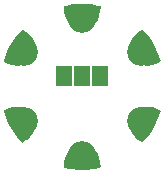
<source format=gbr>
G04 EAGLE Gerber RS-274X export*
G75*
%MOMM*%
%FSLAX34Y34*%
%LPD*%
%INSoldermask Bottom*%
%IPPOS*%
%AMOC8*
5,1,8,0,0,1.08239X$1,22.5*%
G01*
%ADD10C,2.336800*%
%ADD11R,1.320800X1.752600*%

G36*
X3062Y-70944D02*
X3062Y-70944D01*
X3099Y-70946D01*
X9133Y-70312D01*
X9160Y-70304D01*
X9198Y-70302D01*
X15132Y-69040D01*
X15154Y-69031D01*
X15178Y-69029D01*
X15257Y-68989D01*
X15340Y-68956D01*
X15357Y-68940D01*
X15378Y-68929D01*
X15411Y-68895D01*
X15413Y-68893D01*
X15422Y-68883D01*
X15439Y-68864D01*
X15505Y-68804D01*
X15516Y-68783D01*
X15532Y-68765D01*
X15548Y-68727D01*
X15555Y-68719D01*
X15568Y-68681D01*
X15607Y-68604D01*
X15610Y-68581D01*
X15619Y-68559D01*
X15622Y-68521D01*
X15627Y-68506D01*
X15626Y-68467D01*
X15630Y-68411D01*
X15633Y-68381D01*
X15632Y-68377D01*
X15632Y-68372D01*
X15345Y-64613D01*
X15334Y-64573D01*
X15329Y-64515D01*
X14457Y-60848D01*
X14440Y-60810D01*
X14426Y-60753D01*
X12991Y-57268D01*
X12969Y-57233D01*
X12946Y-57179D01*
X10983Y-53961D01*
X10956Y-53930D01*
X10925Y-53880D01*
X8483Y-51009D01*
X8445Y-50978D01*
X8389Y-50919D01*
X6603Y-49533D01*
X6578Y-49520D01*
X6574Y-49515D01*
X6563Y-49510D01*
X6535Y-49487D01*
X4583Y-48346D01*
X4550Y-48334D01*
X4509Y-48309D01*
X2426Y-47432D01*
X2391Y-47425D01*
X2347Y-47405D01*
X168Y-46808D01*
X92Y-46802D01*
X19Y-46786D01*
X-24Y-46791D01*
X-56Y-46788D01*
X-100Y-46800D01*
X-168Y-46808D01*
X-2347Y-47405D01*
X-2379Y-47421D01*
X-2426Y-47432D01*
X-4509Y-48309D01*
X-4539Y-48328D01*
X-4583Y-48346D01*
X-6535Y-49487D01*
X-6561Y-49510D01*
X-6603Y-49533D01*
X-8389Y-50919D01*
X-8422Y-50956D01*
X-8483Y-51009D01*
X-10925Y-53880D01*
X-10946Y-53916D01*
X-10983Y-53961D01*
X-12946Y-57179D01*
X-12961Y-57217D01*
X-12991Y-57268D01*
X-14426Y-60753D01*
X-14435Y-60794D01*
X-14457Y-60848D01*
X-15329Y-64515D01*
X-15331Y-64556D01*
X-15345Y-64613D01*
X-15632Y-68372D01*
X-15630Y-68395D01*
X-15634Y-68419D01*
X-15622Y-68490D01*
X-15620Y-68543D01*
X-15613Y-68560D01*
X-15610Y-68595D01*
X-15599Y-68616D01*
X-15595Y-68640D01*
X-15550Y-68716D01*
X-15550Y-68717D01*
X-15536Y-68751D01*
X-15529Y-68758D01*
X-15511Y-68796D01*
X-15493Y-68813D01*
X-15481Y-68833D01*
X-15413Y-68889D01*
X-15391Y-68910D01*
X-15384Y-68917D01*
X-15382Y-68918D01*
X-15348Y-68950D01*
X-15326Y-68960D01*
X-15307Y-68975D01*
X-15170Y-69026D01*
X-15141Y-69038D01*
X-15137Y-69039D01*
X-15132Y-69040D01*
X-9198Y-70302D01*
X-9169Y-70303D01*
X-9133Y-70312D01*
X-3099Y-70946D01*
X-3071Y-70944D01*
X-3033Y-70950D01*
X3033Y-70950D01*
X3062Y-70944D01*
G37*
G36*
X-51160Y17469D02*
X-51160Y17469D01*
X-51120Y17477D01*
X-51061Y17479D01*
X-47354Y18158D01*
X-47307Y18175D01*
X-47228Y18194D01*
X-45135Y19048D01*
X-45105Y19067D01*
X-45061Y19084D01*
X-43097Y20204D01*
X-43070Y20226D01*
X-43028Y20249D01*
X-41227Y21615D01*
X-41203Y21641D01*
X-41165Y21670D01*
X-39558Y23259D01*
X-39514Y23321D01*
X-39464Y23377D01*
X-39451Y23407D01*
X-39446Y23414D01*
X-39443Y23422D01*
X-39429Y23443D01*
X-39417Y23487D01*
X-39390Y23549D01*
X-38817Y25736D01*
X-38814Y25771D01*
X-38801Y25817D01*
X-38519Y28060D01*
X-38521Y28095D01*
X-38514Y28142D01*
X-38526Y30402D01*
X-38533Y30437D01*
X-38532Y30485D01*
X-38839Y32724D01*
X-38855Y32771D01*
X-38870Y32851D01*
X-40136Y36402D01*
X-40157Y36437D01*
X-40177Y36492D01*
X-41982Y39801D01*
X-42008Y39833D01*
X-42037Y39885D01*
X-44337Y42870D01*
X-44368Y42898D01*
X-44404Y42944D01*
X-47144Y45533D01*
X-47178Y45555D01*
X-47221Y45595D01*
X-50332Y47724D01*
X-50354Y47734D01*
X-50372Y47749D01*
X-50455Y47779D01*
X-50470Y47786D01*
X-50486Y47794D01*
X-50489Y47794D01*
X-50537Y47816D01*
X-50561Y47817D01*
X-50583Y47825D01*
X-50672Y47825D01*
X-50761Y47831D01*
X-50783Y47824D01*
X-50807Y47824D01*
X-50891Y47792D01*
X-50976Y47767D01*
X-50995Y47752D01*
X-51017Y47744D01*
X-51093Y47682D01*
X-51116Y47668D01*
X-51129Y47651D01*
X-51131Y47650D01*
X-51155Y47632D01*
X-51157Y47628D01*
X-51162Y47625D01*
X-55221Y43117D01*
X-55236Y43092D01*
X-55263Y43065D01*
X-58828Y38157D01*
X-58841Y38131D01*
X-58864Y38102D01*
X-61898Y32848D01*
X-61907Y32821D01*
X-61928Y32789D01*
X-64395Y27247D01*
X-64402Y27219D01*
X-64419Y27185D01*
X-66293Y21416D01*
X-66297Y21392D01*
X-66306Y21370D01*
X-66312Y21282D01*
X-66324Y21193D01*
X-66319Y21170D01*
X-66320Y21146D01*
X-66295Y21061D01*
X-66275Y20974D01*
X-66262Y20954D01*
X-66255Y20932D01*
X-66202Y20861D01*
X-66153Y20786D01*
X-66134Y20772D01*
X-66120Y20753D01*
X-65997Y20670D01*
X-65973Y20652D01*
X-65969Y20651D01*
X-65965Y20648D01*
X-62566Y19018D01*
X-62526Y19007D01*
X-62473Y18982D01*
X-58861Y17904D01*
X-58820Y17899D01*
X-58764Y17883D01*
X-55028Y17383D01*
X-54987Y17385D01*
X-54928Y17378D01*
X-51160Y17469D01*
G37*
G36*
X54969Y17384D02*
X54969Y17384D01*
X55028Y17383D01*
X58764Y17883D01*
X58803Y17896D01*
X58861Y17904D01*
X62473Y18982D01*
X62510Y19001D01*
X62566Y19018D01*
X65965Y20648D01*
X65984Y20662D01*
X66006Y20670D01*
X66074Y20727D01*
X66146Y20779D01*
X66160Y20799D01*
X66178Y20814D01*
X66222Y20891D01*
X66271Y20965D01*
X66277Y20989D01*
X66289Y21009D01*
X66303Y21097D01*
X66323Y21184D01*
X66321Y21207D01*
X66324Y21231D01*
X66300Y21377D01*
X66296Y21406D01*
X66294Y21410D01*
X66293Y21416D01*
X64419Y27185D01*
X64405Y27211D01*
X64395Y27247D01*
X61928Y32789D01*
X61911Y32813D01*
X61898Y32848D01*
X58864Y38102D01*
X58846Y38124D01*
X58828Y38157D01*
X55263Y43065D01*
X55242Y43085D01*
X55221Y43117D01*
X51162Y47625D01*
X51143Y47639D01*
X51129Y47659D01*
X51099Y47679D01*
X51087Y47691D01*
X51054Y47709D01*
X50984Y47762D01*
X50962Y47769D01*
X50942Y47783D01*
X50855Y47803D01*
X50770Y47830D01*
X50746Y47828D01*
X50723Y47834D01*
X50635Y47823D01*
X50546Y47818D01*
X50524Y47809D01*
X50501Y47806D01*
X50453Y47782D01*
X50450Y47782D01*
X50444Y47778D01*
X50368Y47741D01*
X50340Y47729D01*
X50337Y47726D01*
X50332Y47724D01*
X47221Y45595D01*
X47192Y45566D01*
X47144Y45533D01*
X44404Y42944D01*
X44380Y42911D01*
X44337Y42870D01*
X42037Y39885D01*
X42018Y39848D01*
X41982Y39801D01*
X40177Y36492D01*
X40164Y36453D01*
X40136Y36402D01*
X38870Y32851D01*
X38862Y32802D01*
X38839Y32724D01*
X38532Y30485D01*
X38534Y30450D01*
X38526Y30402D01*
X38514Y28142D01*
X38520Y28107D01*
X38519Y28060D01*
X38801Y25817D01*
X38812Y25783D01*
X38817Y25736D01*
X39390Y23549D01*
X39422Y23481D01*
X39445Y23409D01*
X39463Y23385D01*
X39465Y23382D01*
X39471Y23375D01*
X39485Y23346D01*
X39517Y23314D01*
X39558Y23259D01*
X41165Y21670D01*
X41194Y21650D01*
X41227Y21615D01*
X43028Y20249D01*
X43060Y20233D01*
X43097Y20204D01*
X45061Y19084D01*
X45094Y19072D01*
X45135Y19048D01*
X47228Y18194D01*
X47277Y18184D01*
X47354Y18158D01*
X51061Y17479D01*
X51102Y17479D01*
X51160Y17469D01*
X54928Y17378D01*
X54969Y17384D01*
G37*
G36*
X50783Y-47824D02*
X50783Y-47824D01*
X50807Y-47824D01*
X50891Y-47792D01*
X50976Y-47767D01*
X50995Y-47752D01*
X51017Y-47744D01*
X51131Y-47650D01*
X51155Y-47632D01*
X51157Y-47628D01*
X51162Y-47625D01*
X55221Y-43117D01*
X55236Y-43092D01*
X55263Y-43065D01*
X58828Y-38157D01*
X58841Y-38131D01*
X58864Y-38102D01*
X61898Y-32848D01*
X61907Y-32821D01*
X61928Y-32789D01*
X64395Y-27247D01*
X64402Y-27219D01*
X64419Y-27185D01*
X66293Y-21416D01*
X66297Y-21392D01*
X66306Y-21370D01*
X66312Y-21282D01*
X66324Y-21193D01*
X66319Y-21170D01*
X66320Y-21146D01*
X66295Y-21061D01*
X66275Y-20974D01*
X66262Y-20954D01*
X66255Y-20932D01*
X66202Y-20861D01*
X66153Y-20786D01*
X66134Y-20772D01*
X66120Y-20753D01*
X65997Y-20670D01*
X65973Y-20652D01*
X65969Y-20651D01*
X65965Y-20648D01*
X62566Y-19018D01*
X62526Y-19007D01*
X62473Y-18982D01*
X58861Y-17904D01*
X58820Y-17899D01*
X58764Y-17883D01*
X55028Y-17383D01*
X54987Y-17385D01*
X54928Y-17378D01*
X51160Y-17469D01*
X51120Y-17477D01*
X51061Y-17479D01*
X47354Y-18158D01*
X47307Y-18175D01*
X47228Y-18194D01*
X45135Y-19048D01*
X45105Y-19067D01*
X45061Y-19084D01*
X43097Y-20204D01*
X43070Y-20226D01*
X43028Y-20249D01*
X41227Y-21615D01*
X41203Y-21641D01*
X41165Y-21670D01*
X39558Y-23259D01*
X39514Y-23321D01*
X39464Y-23377D01*
X39447Y-23416D01*
X39429Y-23443D01*
X39417Y-23487D01*
X39390Y-23549D01*
X38817Y-25736D01*
X38814Y-25771D01*
X38801Y-25817D01*
X38519Y-28060D01*
X38521Y-28095D01*
X38514Y-28142D01*
X38526Y-30402D01*
X38533Y-30437D01*
X38532Y-30485D01*
X38839Y-32724D01*
X38843Y-32737D01*
X38844Y-32743D01*
X38853Y-32767D01*
X38855Y-32771D01*
X38870Y-32851D01*
X40136Y-36402D01*
X40157Y-36437D01*
X40177Y-36492D01*
X41982Y-39801D01*
X42008Y-39833D01*
X42037Y-39885D01*
X44337Y-42870D01*
X44368Y-42898D01*
X44404Y-42944D01*
X47144Y-45533D01*
X47178Y-45555D01*
X47221Y-45595D01*
X50332Y-47724D01*
X50354Y-47734D01*
X50372Y-47749D01*
X50455Y-47779D01*
X50537Y-47816D01*
X50561Y-47817D01*
X50583Y-47825D01*
X50672Y-47825D01*
X50761Y-47831D01*
X50783Y-47824D01*
G37*
G36*
X-50635Y-47823D02*
X-50635Y-47823D01*
X-50546Y-47818D01*
X-50524Y-47809D01*
X-50501Y-47806D01*
X-50368Y-47741D01*
X-50340Y-47729D01*
X-50337Y-47726D01*
X-50332Y-47724D01*
X-47221Y-45595D01*
X-47192Y-45566D01*
X-47144Y-45533D01*
X-44404Y-42944D01*
X-44380Y-42911D01*
X-44337Y-42870D01*
X-42037Y-39885D01*
X-42018Y-39848D01*
X-41982Y-39801D01*
X-40177Y-36492D01*
X-40164Y-36453D01*
X-40136Y-36402D01*
X-38870Y-32851D01*
X-38862Y-32802D01*
X-38839Y-32724D01*
X-38532Y-30485D01*
X-38534Y-30450D01*
X-38526Y-30402D01*
X-38514Y-28142D01*
X-38520Y-28107D01*
X-38519Y-28060D01*
X-38801Y-25817D01*
X-38812Y-25783D01*
X-38817Y-25736D01*
X-39390Y-23549D01*
X-39422Y-23481D01*
X-39445Y-23409D01*
X-39471Y-23375D01*
X-39485Y-23346D01*
X-39517Y-23314D01*
X-39558Y-23259D01*
X-41165Y-21670D01*
X-41194Y-21650D01*
X-41227Y-21615D01*
X-43028Y-20249D01*
X-43060Y-20233D01*
X-43097Y-20204D01*
X-45061Y-19084D01*
X-45094Y-19072D01*
X-45135Y-19048D01*
X-47228Y-18194D01*
X-47277Y-18184D01*
X-47354Y-18158D01*
X-51061Y-17479D01*
X-51102Y-17479D01*
X-51160Y-17469D01*
X-54928Y-17378D01*
X-54969Y-17384D01*
X-55028Y-17383D01*
X-58764Y-17883D01*
X-58803Y-17896D01*
X-58861Y-17904D01*
X-62473Y-18982D01*
X-62510Y-19001D01*
X-62566Y-19018D01*
X-65965Y-20648D01*
X-65984Y-20662D01*
X-66006Y-20670D01*
X-66074Y-20727D01*
X-66146Y-20779D01*
X-66160Y-20799D01*
X-66178Y-20814D01*
X-66222Y-20891D01*
X-66271Y-20965D01*
X-66277Y-20989D01*
X-66289Y-21009D01*
X-66303Y-21097D01*
X-66323Y-21184D01*
X-66321Y-21207D01*
X-66324Y-21231D01*
X-66300Y-21377D01*
X-66296Y-21406D01*
X-66294Y-21410D01*
X-66293Y-21416D01*
X-64419Y-27185D01*
X-64405Y-27211D01*
X-64395Y-27247D01*
X-61928Y-32789D01*
X-61911Y-32813D01*
X-61898Y-32848D01*
X-58864Y-38102D01*
X-58846Y-38124D01*
X-58828Y-38157D01*
X-55263Y-43065D01*
X-55242Y-43085D01*
X-55221Y-43117D01*
X-51162Y-47625D01*
X-51143Y-47639D01*
X-51129Y-47659D01*
X-51055Y-47708D01*
X-50984Y-47762D01*
X-50962Y-47769D01*
X-50942Y-47783D01*
X-50855Y-47803D01*
X-50770Y-47830D01*
X-50746Y-47828D01*
X-50723Y-47834D01*
X-50635Y-47823D01*
G37*
G36*
X24Y45521D02*
X24Y45521D01*
X56Y45518D01*
X100Y45530D01*
X168Y45538D01*
X2347Y46135D01*
X2379Y46151D01*
X2426Y46162D01*
X4509Y47039D01*
X4539Y47058D01*
X4583Y47076D01*
X6535Y48217D01*
X6561Y48240D01*
X6603Y48263D01*
X8389Y49649D01*
X8422Y49686D01*
X8483Y49739D01*
X10925Y52610D01*
X10946Y52646D01*
X10983Y52691D01*
X12946Y55909D01*
X12961Y55947D01*
X12991Y55998D01*
X14426Y59483D01*
X14435Y59524D01*
X14457Y59578D01*
X15329Y63245D01*
X15331Y63286D01*
X15345Y63343D01*
X15632Y67102D01*
X15630Y67125D01*
X15634Y67149D01*
X15619Y67236D01*
X15610Y67325D01*
X15599Y67346D01*
X15595Y67370D01*
X15550Y67446D01*
X15511Y67526D01*
X15493Y67543D01*
X15481Y67563D01*
X15413Y67619D01*
X15348Y67680D01*
X15326Y67690D01*
X15307Y67705D01*
X15170Y67756D01*
X15141Y67768D01*
X15137Y67769D01*
X15132Y67770D01*
X9198Y69032D01*
X9169Y69033D01*
X9133Y69042D01*
X3099Y69676D01*
X3071Y69674D01*
X3033Y69680D01*
X-3033Y69680D01*
X-3062Y69674D01*
X-3099Y69676D01*
X-9133Y69042D01*
X-9160Y69034D01*
X-9198Y69032D01*
X-15132Y67770D01*
X-15154Y67761D01*
X-15178Y67759D01*
X-15257Y67719D01*
X-15340Y67686D01*
X-15357Y67670D01*
X-15378Y67659D01*
X-15439Y67594D01*
X-15505Y67534D01*
X-15516Y67513D01*
X-15532Y67495D01*
X-15566Y67413D01*
X-15607Y67334D01*
X-15610Y67311D01*
X-15619Y67289D01*
X-15630Y67141D01*
X-15633Y67111D01*
X-15632Y67107D01*
X-15632Y67102D01*
X-15345Y63343D01*
X-15334Y63303D01*
X-15329Y63245D01*
X-14457Y59578D01*
X-14440Y59540D01*
X-14426Y59483D01*
X-12991Y55998D01*
X-12969Y55963D01*
X-12946Y55909D01*
X-10983Y52691D01*
X-10956Y52660D01*
X-10925Y52610D01*
X-8483Y49739D01*
X-8445Y49708D01*
X-8389Y49649D01*
X-6603Y48263D01*
X-6572Y48247D01*
X-6535Y48217D01*
X-4583Y47076D01*
X-4550Y47064D01*
X-4509Y47039D01*
X-2426Y46162D01*
X-2391Y46155D01*
X-2347Y46135D01*
X-168Y45538D01*
X-92Y45532D01*
X-19Y45516D01*
X24Y45521D01*
G37*
D10*
X49530Y-29210D03*
X-49530Y-29210D03*
X-49530Y29210D03*
X49530Y29210D03*
X0Y-58420D03*
X0Y57150D03*
D11*
X-15240Y8890D03*
X0Y8890D03*
X15240Y8890D03*
M02*

</source>
